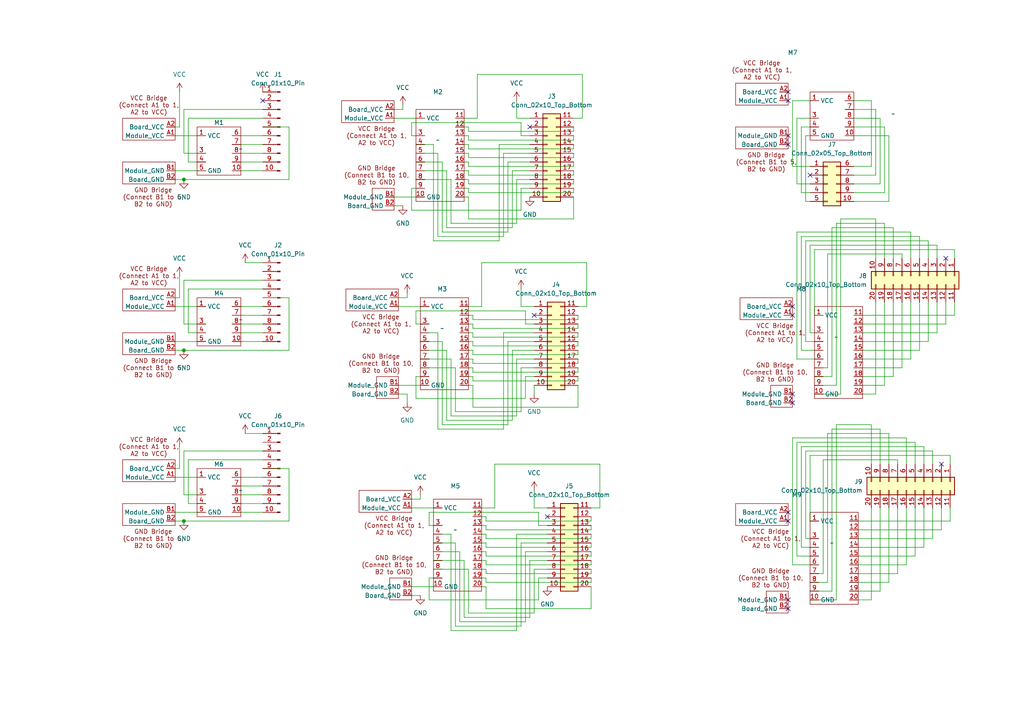
<source format=kicad_sch>
(kicad_sch (version 20230121) (generator eeschema)
  (paper "A4")
  (lib_symbols
    (symbol "Connector:Conn_01x10_Pin" (pin_names (offset 1.016) hide)
      (property "Reference" "J" (at 0 12.7 0))
      (property "Value" "Conn_01x10_Pin" (at 0 -15.24 0))
      (symbol "Conn_01x10_Pin_1_1"
        (polyline (pts (xy 1.27 -12.7) (xy 0.8636 -12.7)) (stroke (width 0.1524)))
        (polyline (pts (xy 1.27 -10.16) (xy 0.8636 -10.16)) (stroke (width 0.1524)))
        (polyline (pts (xy 1.27 -7.62) (xy 0.8636 -7.62)) (stroke (width 0.1524)))
        (polyline (pts (xy 1.27 -5.08) (xy 0.8636 -5.08)) (stroke (width 0.1524)))
        (polyline (pts (xy 1.27 -2.54) (xy 0.8636 -2.54)) (stroke (width 0.1524)))
        (polyline (pts (xy 1.27 0) (xy 0.8636 0)) (stroke (width 0.1524)))
        (polyline (pts (xy 1.27 2.54) (xy 0.8636 2.54)) (stroke (width 0.1524)))
        (polyline (pts (xy 1.27 5.08) (xy 0.8636 5.08)) (stroke (width 0.1524)))
        (polyline (pts (xy 1.27 7.62) (xy 0.8636 7.62)) (stroke (width 0.1524)))
        (polyline (pts (xy 1.27 10.16) (xy 0.8636 10.16)) (stroke (width 0.1524)))
        (rectangle (start 0.8636 -12.573) (end 0 -12.827) (stroke (width 0.1524)) (fill (type outline)))
        (rectangle (start 0.8636 -10.033) (end 0 -10.287) (stroke (width 0.1524)) (fill (type outline)))
        (rectangle (start 0.8636 -7.493) (end 0 -7.747) (stroke (width 0.1524)) (fill (type outline)))
        (rectangle (start 0.8636 -4.953) (end 0 -5.207) (stroke (width 0.1524)) (fill (type outline)))
        (rectangle (start 0.8636 -2.413) (end 0 -2.667) (stroke (width 0.1524)) (fill (type outline)))
        (rectangle (start 0.8636 0.127) (end 0 -0.127) (stroke (width 0.1524)) (fill (type outline)))
        (rectangle (start 0.8636 2.667) (end 0 2.413) (stroke (width 0.1524)) (fill (type outline)))
        (rectangle (start 0.8636 5.207) (end 0 4.953) (stroke (width 0.1524)) (fill (type outline)))
        (rectangle (start 0.8636 7.747) (end 0 7.493) (stroke (width 0.1524)) (fill (type outline)))
        (rectangle (start 0.8636 10.287) (end 0 10.033) (stroke (width 0.1524)) (fill (type outline)))
        (pin passive line (at 5.08 10.16 180) (length 3.81) (name "Pin_1") (number "1"))
        (pin passive line (at 5.08 -12.7 180) (length 3.81) (name "Pin_10") (number "10"))
        (pin passive line (at 5.08 7.62 180) (length 3.81) (name "Pin_2") (number "2"))
        (pin passive line (at 5.08 5.08 180) (length 3.81) (name "Pin_3") (number "3"))
        (pin passive line (at 5.08 2.54 180) (length 3.81) (name "Pin_4") (number "4"))
        (pin passive line (at 5.08 0 180) (length 3.81) (name "Pin_5") (number "5"))
        (pin passive line (at 5.08 -2.54 180) (length 3.81) (name "Pin_6") (number "6"))
        (pin passive line (at 5.08 -5.08 180) (length 3.81) (name "Pin_7") (number "7"))
        (pin passive line (at 5.08 -7.62 180) (length 3.81) (name "Pin_8") (number "8"))
        (pin passive line (at 5.08 -10.16 180) (length 3.81) (name "Pin_9") (number "9"))
      )
    )
    (symbol "Connector_Generic:Conn_02x05_Top_Bottom" (pin_names (offset 1.016) hide)
      (property "Reference" "J" (at 1.27 7.62 0))
      (property "Value" "Conn_02x05_Top_Bottom" (at 1.27 -7.62 0))
      (symbol "Conn_02x05_Top_Bottom_1_1"
        (rectangle (start -1.27 -4.953) (end 0 -5.207) (stroke (width 0.1524)))
        (rectangle (start -1.27 -2.413) (end 0 -2.667) (stroke (width 0.1524)))
        (rectangle (start -1.27 0.127) (end 0 -0.127) (stroke (width 0.1524)))
        (rectangle (start -1.27 2.667) (end 0 2.413) (stroke (width 0.1524)))
        (rectangle (start -1.27 5.207) (end 0 4.953) (stroke (width 0.1524)))
        (rectangle (start -1.27 6.35) (end 3.81 -6.35) (stroke (width 0.254)) (fill (type background)))
        (rectangle (start 3.81 -4.953) (end 2.54 -5.207) (stroke (width 0.1524)))
        (rectangle (start 3.81 -2.413) (end 2.54 -2.667) (stroke (width 0.1524)))
        (rectangle (start 3.81 0.127) (end 2.54 -0.127) (stroke (width 0.1524)))
        (rectangle (start 3.81 2.667) (end 2.54 2.413) (stroke (width 0.1524)))
        (rectangle (start 3.81 5.207) (end 2.54 4.953) (stroke (width 0.1524)))
        (pin passive line (at -5.08 5.08 0) (length 3.81) (name "Pin_1") (number "1"))
        (pin passive line (at 7.62 -5.08 180) (length 3.81) (name "Pin_10") (number "10"))
        (pin passive line (at -5.08 2.54 0) (length 3.81) (name "Pin_2") (number "2"))
        (pin passive line (at -5.08 0 0) (length 3.81) (name "Pin_3") (number "3"))
        (pin passive line (at -5.08 -2.54 0) (length 3.81) (name "Pin_4") (number "4"))
        (pin passive line (at -5.08 -5.08 0) (length 3.81) (name "Pin_5") (number "5"))
        (pin passive line (at 7.62 5.08 180) (length 3.81) (name "Pin_6") (number "6"))
        (pin passive line (at 7.62 2.54 180) (length 3.81) (name "Pin_7") (number "7"))
        (pin passive line (at 7.62 0 180) (length 3.81) (name "Pin_8") (number "8"))
        (pin passive line (at 7.62 -2.54 180) (length 3.81) (name "Pin_9") (number "9"))
      )
    )
    (symbol "Connector_Generic:Conn_02x10_Top_Bottom" (pin_names (offset 1.016) hide)
      (property "Reference" "J" (at 1.27 12.7 0))
      (property "Value" "Conn_02x10_Top_Bottom" (at 1.27 -15.24 0))
      (symbol "Conn_02x10_Top_Bottom_1_1"
        (rectangle (start -1.27 -12.573) (end 0 -12.827) (stroke (width 0.1524)))
        (rectangle (start -1.27 -10.033) (end 0 -10.287) (stroke (width 0.1524)))
        (rectangle (start -1.27 -7.493) (end 0 -7.747) (stroke (width 0.1524)))
        (rectangle (start -1.27 -4.953) (end 0 -5.207) (stroke (width 0.1524)))
        (rectangle (start -1.27 -2.413) (end 0 -2.667) (stroke (width 0.1524)))
        (rectangle (start -1.27 0.127) (end 0 -0.127) (stroke (width 0.1524)))
        (rectangle (start -1.27 2.667) (end 0 2.413) (stroke (width 0.1524)))
        (rectangle (start -1.27 5.207) (end 0 4.953) (stroke (width 0.1524)))
        (rectangle (start -1.27 7.747) (end 0 7.493) (stroke (width 0.1524)))
        (rectangle (start -1.27 10.287) (end 0 10.033) (stroke (width 0.1524)))
        (rectangle (start -1.27 11.43) (end 3.81 -13.97) (stroke (width 0.254)) (fill (type background)))
        (rectangle (start 3.81 -12.573) (end 2.54 -12.827) (stroke (width 0.1524)))
        (rectangle (start 3.81 -10.033) (end 2.54 -10.287) (stroke (width 0.1524)))
        (rectangle (start 3.81 -7.493) (end 2.54 -7.747) (stroke (width 0.1524)))
        (rectangle (start 3.81 -4.953) (end 2.54 -5.207) (stroke (width 0.1524)))
        (rectangle (start 3.81 -2.413) (end 2.54 -2.667) (stroke (width 0.1524)))
        (rectangle (start 3.81 0.127) (end 2.54 -0.127) (stroke (width 0.1524)))
        (rectangle (start 3.81 2.667) (end 2.54 2.413) (stroke (width 0.1524)))
        (rectangle (start 3.81 5.207) (end 2.54 4.953) (stroke (width 0.1524)))
        (rectangle (start 3.81 7.747) (end 2.54 7.493) (stroke (width 0.1524)))
        (rectangle (start 3.81 10.287) (end 2.54 10.033) (stroke (width 0.1524)))
        (pin passive line (at -5.08 10.16 0) (length 3.81) (name "Pin_1") (number "1"))
        (pin passive line (at -5.08 -12.7 0) (length 3.81) (name "Pin_10") (number "10"))
        (pin passive line (at 7.62 10.16 180) (length 3.81) (name "Pin_11") (number "11"))
        (pin passive line (at 7.62 7.62 180) (length 3.81) (name "Pin_12") (number "12"))
        (pin passive line (at 7.62 5.08 180) (length 3.81) (name "Pin_13") (number "13"))
        (pin passive line (at 7.62 2.54 180) (length 3.81) (name "Pin_14") (number "14"))
        (pin passive line (at 7.62 0 180) (length 3.81) (name "Pin_15") (number "15"))
        (pin passive line (at 7.62 -2.54 180) (length 3.81) (name "Pin_16") (number "16"))
        (pin passive line (at 7.62 -5.08 180) (length 3.81) (name "Pin_17") (number "17"))
        (pin passive line (at 7.62 -7.62 180) (length 3.81) (name "Pin_18") (number "18"))
        (pin passive line (at 7.62 -10.16 180) (length 3.81) (name "Pin_19") (number "19"))
        (pin passive line (at -5.08 7.62 0) (length 3.81) (name "Pin_2") (number "2"))
        (pin passive line (at 7.62 -12.7 180) (length 3.81) (name "Pin_20") (number "20"))
        (pin passive line (at -5.08 5.08 0) (length 3.81) (name "Pin_3") (number "3"))
        (pin passive line (at -5.08 2.54 0) (length 3.81) (name "Pin_4") (number "4"))
        (pin passive line (at -5.08 0 0) (length 3.81) (name "Pin_5") (number "5"))
        (pin passive line (at -5.08 -2.54 0) (length 3.81) (name "Pin_6") (number "6"))
        (pin passive line (at -5.08 -5.08 0) (length 3.81) (name "Pin_7") (number "7"))
        (pin passive line (at -5.08 -7.62 0) (length 3.81) (name "Pin_8") (number "8"))
        (pin passive line (at -5.08 -10.16 0) (length 3.81) (name "Pin_9") (number "9"))
      )
    )
    (symbol "MegaCastle2x10_1"
      (property "Reference" "M" (at 0 0 0))
      (symbol "MegaCastle2x10_1_0_1"
        (rectangle (start -27.94 16.51) (end -12.7 10.16))
        (rectangle (start -19.05 -8.89) (end -12.7 -15.24))
        (rectangle (start -6.35 13.97) (end 7.62 -12.7))
      )
      (symbol "MegaCastle2x10_1_1_1"
        (text "GND Bridge\n(Connect B1 to 10,\nB2 to GND)" (at -17.78 -5.08 0) (effects (font (size 1.27 1.27))))
        (text "VCC Bridge\n(Connect A1 to 1,\nA2 to VCC)" (at -17.78 6.35 0) (effects (font (size 1.27 1.27))))
        (pin bidirectional line (at -6.35 11.43 0) (length 2.54) (name "VCC") (number "1"))
        (pin bidirectional line (at -6.35 -11.43 0) (length 2.54) (name "GND") (number "10"))
        (pin bidirectional line (at 7.62 11.43 180) (length 2.54) (name "") (number "11"))
        (pin bidirectional line (at 7.62 8.89 180) (length 2.54) (name "") (number "12"))
        (pin bidirectional line (at 7.62 6.35 180) (length 2.54) (name "") (number "13"))
        (pin bidirectional line (at 7.62 3.81 180) (length 2.54) (name "") (number "14"))
        (pin bidirectional line (at 7.62 1.27 180) (length 2.54) (name "") (number "15"))
        (pin bidirectional line (at 7.62 -1.27 180) (length 2.54) (name "") (number "16"))
        (pin bidirectional line (at 7.62 -3.81 180) (length 2.54) (name "") (number "17"))
        (pin bidirectional line (at 7.62 -6.35 180) (length 2.54) (name "") (number "18"))
        (pin bidirectional line (at 7.62 -8.89 180) (length 2.54) (name "") (number "19"))
        (pin bidirectional line (at 7.62 -11.43 180) (length 2.54) (name "") (number "20"))
        (pin bidirectional line (at -6.35 6.35 0) (length 2.54) (name "") (number "3"))
        (pin bidirectional line (at -6.35 3.81 0) (length 2.54) (name "") (number "4"))
        (pin bidirectional line (at -6.35 1.27 0) (length 2.54) (name "") (number "5"))
        (pin bidirectional line (at -6.35 -1.27 0) (length 2.54) (name "") (number "6"))
        (pin bidirectional line (at -6.35 -3.81 0) (length 2.54) (name "") (number "7"))
        (pin bidirectional line (at -6.35 -6.35 0) (length 2.54) (name "") (number "8"))
        (pin bidirectional line (at -6.35 -8.89 0) (length 2.54) (name "") (number "9"))
        (pin bidirectional line (at -12.7 11.43 180) (length 2.54) (name "Module_VCC") (number "A1"))
        (pin bidirectional line (at -12.7 13.97 180) (length 2.54) (name "Board_VCC") (number "A2"))
        (pin bidirectional line (at -12.7 -11.43 180) (length 2.54) (name "Module_GND") (number "B1"))
        (pin bidirectional line (at -12.7 -13.97 180) (length 2.54) (name "Board_GND") (number "B2"))
      )
    )
    (symbol "MegaCastle:MegaCastle2x10"
      (property "Reference" "M" (at 0 0 0))
      (symbol "MegaCastle2x10_0_1"
        (rectangle (start -27.94 16.51) (end -12.7 10.16))
        (rectangle (start -19.05 -8.89) (end -12.7 -15.24))
        (rectangle (start -6.35 13.97) (end 7.62 -12.7))
      )
      (symbol "MegaCastle2x10_1_1"
        (text "GND Bridge\n(Connect B1 to 10,\nB2 to GND)" (at -17.78 -5.08 0) (effects (font (size 1.27 1.27))))
        (text "VCC Bridge\n(Connect A1 to 1,\nA2 to VCC)" (at -17.78 6.35 0) (effects (font (size 1.27 1.27))))
        (pin bidirectional line (at -6.35 11.43 0) (length 2.54) (name "VCC") (number "1"))
        (pin bidirectional line (at -6.35 -11.43 0) (length 2.54) (name "GND") (number "10"))
        (pin bidirectional line (at 7.62 11.43 180) (length 2.54) (name "") (number "11"))
        (pin bidirectional line (at 7.62 8.89 180) (length 2.54) (name "") (number "12"))
        (pin bidirectional line (at 7.62 6.35 180) (length 2.54) (name "") (number "13"))
        (pin bidirectional line (at 7.62 3.81 180) (length 2.54) (name "") (number "14"))
        (pin bidirectional line (at 7.62 1.27 180) (length 2.54) (name "") (number "15"))
        (pin bidirectional line (at 7.62 -1.27 180) (length 2.54) (name "") (number "16"))
        (pin bidirectional line (at 7.62 -3.81 180) (length 2.54) (name "") (number "17"))
        (pin bidirectional line (at 7.62 -6.35 180) (length 2.54) (name "") (number "18"))
        (pin bidirectional line (at 7.62 -8.89 180) (length 2.54) (name "") (number "19"))
        (pin bidirectional line (at 7.62 -11.43 180) (length 2.54) (name "") (number "20"))
        (pin bidirectional line (at -6.35 6.35 0) (length 2.54) (name "") (number "3"))
        (pin bidirectional line (at -6.35 3.81 0) (length 2.54) (name "") (number "4"))
        (pin bidirectional line (at -6.35 1.27 0) (length 2.54) (name "") (number "5"))
        (pin bidirectional line (at -6.35 -1.27 0) (length 2.54) (name "") (number "6"))
        (pin bidirectional line (at -6.35 -3.81 0) (length 2.54) (name "") (number "7"))
        (pin bidirectional line (at -6.35 -6.35 0) (length 2.54) (name "") (number "8"))
        (pin bidirectional line (at -6.35 -8.89 0) (length 2.54) (name "") (number "9"))
        (pin bidirectional line (at -12.7 11.43 180) (length 2.54) (name "Module_VCC") (number "A1"))
        (pin bidirectional line (at -12.7 13.97 180) (length 2.54) (name "Board_VCC") (number "A2"))
        (pin bidirectional line (at -12.7 -11.43 180) (length 2.54) (name "Module_GND") (number "B1"))
        (pin bidirectional line (at -12.7 -13.97 180) (length 2.54) (name "Board_GND") (number "B2"))
      )
    )
    (symbol "MegaCastle:MegaCastle2x5"
      (property "Reference" "M" (at 0 0 0))
      (symbol "MegaCastle2x5_0_1"
        (rectangle (start -27.94 -3.81) (end -12.7 -10.16))
        (rectangle (start -27.94 8.89) (end -12.7 2.54))
        (rectangle (start -6.35 6.35) (end 6.35 -7.62))
      )
      (symbol "MegaCastle2x5_1_1"
        (text "GND Bridge\n(Connect B1 to 5,\nB2 to GND)" (at -19.05 -13.97 0) (effects (font (size 1.27 1.27))))
        (text "VCC Bridge\n(Connect A1 to 1,\nA2 to VCC)" (at -20.32 12.7 0) (effects (font (size 1.27 1.27))))
        (pin bidirectional line (at -6.35 3.81 0) (length 2.54) (name "VCC") (number "1"))
        (pin bidirectional line (at 6.35 -6.35 180) (length 2.54) (name "") (number "10"))
        (pin bidirectional line (at -6.35 -1.27 0) (length 2.54) (name "") (number "3"))
        (pin bidirectional line (at -6.35 -3.81 0) (length 2.54) (name "") (number "4"))
        (pin bidirectional line (at -6.35 -6.35 0) (length 2.54) (name "GND") (number "5"))
        (pin bidirectional line (at 6.35 3.81 180) (length 2.54) (name "") (number "6"))
        (pin bidirectional line (at 6.35 1.27 180) (length 2.54) (name "") (number "7"))
        (pin bidirectional line (at 6.35 -1.27 180) (length 2.54) (name "") (number "8"))
        (pin bidirectional line (at 6.35 -3.81 180) (length 2.54) (name "") (number "9"))
        (pin bidirectional line (at -12.7 3.81 180) (length 2.54) (name "Module_VCC") (number "A1"))
        (pin bidirectional line (at -12.7 6.35 180) (length 2.54) (name "Board_VCC") (number "A2"))
        (pin bidirectional line (at -12.7 -6.35 180) (length 2.54) (name "Module_GND") (number "B1"))
        (pin bidirectional line (at -12.7 -8.89 180) (length 2.54) (name "Board_GND") (number "B2"))
      )
    )
    (symbol "power:GND" (power) (pin_names (offset 0))
      (property "Value" "GND" (at 0 -3.81 0))
      (symbol "GND_0_1"
        (polyline (pts (xy 0 0) (xy 0 -1.27) (xy 1.27 -1.27) (xy 0 -2.54) (xy -1.27 -1.27) (xy 0 -1.27)))
      )
      (symbol "GND_1_1"
        (pin power_in line (at 0 0 270) (length 0) hide (name "GND") (number "1"))
      )
    )
    (symbol "power:VCC" (power) (pin_names (offset 0))
      (property "Value" "VCC" (at 0 3.81 0))
      (symbol "VCC_0_1"
        (polyline (pts (xy -0.762 1.27) (xy 0 2.54)))
        (polyline (pts (xy 0 0) (xy 0 2.54)))
        (polyline (pts (xy 0 2.54) (xy 0.762 1.27)))
      )
      (symbol "VCC_1_1"
        (pin power_in line (at 0 0 90) (length 0) hide (name "VCC") (number "1"))
      )
    )
  )
  (junction (at 53.34 151.13))
  (junction (at 53.34 101.6))
  (junction (at 53.34 52.07))
  (no_connect (at 273.05 134.62))
  (no_connect (at 229.87 114.3))
  (no_connect (at 154.94 91.44))
  (no_connect (at 228.6 26.67))
  (no_connect (at 228.6 176.53))
  (no_connect (at 228.6 173.99))
  (no_connect (at 229.87 88.9))
  (no_connect (at 228.6 148.59))
  (no_connect (at 228.6 151.13))
  (no_connect (at 153.67 36.83))
  (no_connect (at 158.75 149.86))
  (no_connect (at 229.87 91.44))
  (no_connect (at 234.95 50.8))
  (no_connect (at 274.32 74.93))
  (no_connect (at 228.6 39.37))
  (no_connect (at 228.6 29.21))
  (no_connect (at 76.2 29.21))
  (no_connect (at 228.6 41.91))
  (no_connect (at 229.87 116.84))
  (wire (pts (xy 232.41 36.83) (xy 232.41 55.88)))
  (wire (pts (xy 118.11 114.3) (xy 118.11 116.84)))
  (wire (pts (xy 119.38 60.96) (xy 151.13 60.96)))
  (wire (pts (xy 149.86 52.07) (xy 149.86 64.77)))
  (wire (pts (xy 154.94 106.68) (xy 151.13 106.68)))
  (wire (pts (xy 53.34 31.75) (xy 53.34 44.45)))
  (wire (pts (xy 121.92 96.52) (xy 127 96.52)))
  (wire (pts (xy 247.65 36.83) (xy 256.54 36.83)))
  (wire (pts (xy 248.92 156.21) (xy 270.51 156.21)))
  (wire (pts (xy 167.64 95.25) (xy 167.64 93.98)))
  (wire (pts (xy 149.86 64.77) (xy 130.81 64.77)))
  (wire (pts (xy 154.94 147.32) (xy 158.75 147.32)))
  (wire (pts (xy 50.8 101.6) (xy 53.34 101.6)))
  (wire (pts (xy 233.68 99.06) (xy 233.68 69.85)))
  (wire (pts (xy 250.19 109.22) (xy 259.08 109.22)))
  (wire (pts (xy 129.54 49.53) (xy 129.54 66.04)))
  (wire (pts (xy 151.13 106.68) (xy 151.13 119.38)))
  (wire (pts (xy 135.89 36.83) (xy 134.62 36.83)))
  (wire (pts (xy 234.95 168.91) (xy 240.03 168.91)))
  (wire (pts (xy 167.64 88.9) (xy 170.18 88.9)))
  (wire (pts (xy 231.14 53.34) (xy 231.14 34.29)))
  (wire (pts (xy 252.73 147.32) (xy 252.73 173.99)))
  (wire (pts (xy 135.89 101.6) (xy 137.16 101.6)))
  (wire (pts (xy 233.68 58.42) (xy 234.95 58.42)))
  (wire (pts (xy 151.13 181.61) (xy 151.13 157.48)))
  (wire (pts (xy 152.4 90.17) (xy 120.65 90.17)))
  (wire (pts (xy 166.37 44.45) (xy 166.37 45.72)))
  (wire (pts (xy 135.89 96.52) (xy 137.16 96.52)))
  (wire (pts (xy 140.97 163.83) (xy 171.45 163.83)))
  (wire (pts (xy 158.75 160.02) (xy 152.4 160.02)))
  (wire (pts (xy 158.75 152.4) (xy 156.21 152.4)))
  (wire (pts (xy 115.57 86.36) (xy 118.11 86.36)))
  (wire (pts (xy 54.61 34.29) (xy 54.61 46.99)))
  (wire (pts (xy 247.65 34.29) (xy 255.27 34.29)))
  (wire (pts (xy 128.27 123.19) (xy 147.32 123.19)))
  (wire (pts (xy 69.85 39.37) (xy 76.2 39.37)))
  (wire (pts (xy 152.4 180.34) (xy 133.35 180.34)))
  (wire (pts (xy 138.43 34.29) (xy 138.43 21.59)))
  (wire (pts (xy 140.97 167.64) (xy 140.97 168.91)))
  (wire (pts (xy 236.22 114.3) (xy 243.84 114.3)))
  (wire (pts (xy 119.38 144.78) (xy 121.92 144.78)))
  (wire (pts (xy 76.2 83.82) (xy 54.61 83.82)))
  (wire (pts (xy 267.97 129.54) (xy 267.97 134.62)))
  (wire (pts (xy 120.65 115.57) (xy 152.4 115.57)))
  (wire (pts (xy 53.34 81.28) (xy 53.34 93.98)))
  (wire (pts (xy 171.45 161.29) (xy 140.97 161.29)))
  (wire (pts (xy 135.89 49.53) (xy 135.89 50.8)))
  (wire (pts (xy 271.78 87.63) (xy 271.78 96.52)))
  (wire (pts (xy 69.85 143.51) (xy 76.2 143.51)))
  (wire (pts (xy 71.12 125.73) (xy 76.2 125.73)))
  (wire (pts (xy 124.46 167.64) (xy 124.46 173.99)))
  (wire (pts (xy 262.89 127) (xy 262.89 134.62)))
  (wire (pts (xy 247.65 29.21) (xy 252.73 29.21)))
  (wire (pts (xy 115.57 88.9) (xy 121.92 88.9)))
  (wire (pts (xy 153.67 39.37) (xy 151.13 39.37)))
  (wire (pts (xy 139.7 76.2) (xy 170.18 76.2)))
  (wire (pts (xy 248.92 161.29) (xy 265.43 161.29)))
  (wire (pts (xy 234.95 48.26) (xy 229.87 48.26)))
  (wire (pts (xy 54.61 46.99) (xy 57.15 46.99)))
  (wire (pts (xy 139.7 157.48) (xy 140.97 157.48)))
  (wire (pts (xy 234.95 132.08) (xy 275.59 132.08)))
  (wire (pts (xy 125.73 154.94) (xy 130.81 154.94)))
  (wire (pts (xy 133.35 180.34) (xy 133.35 160.02)))
  (wire (pts (xy 137.16 95.25) (xy 167.64 95.25)))
  (wire (pts (xy 156.21 152.4) (xy 156.21 148.59)))
  (wire (pts (xy 143.51 134.62) (xy 173.99 134.62)))
  (wire (pts (xy 152.4 160.02) (xy 152.4 180.34)))
  (wire (pts (xy 120.65 93.98) (xy 121.92 93.98)))
  (wire (pts (xy 137.16 91.44) (xy 135.89 91.44)))
  (wire (pts (xy 275.59 151.13) (xy 275.59 147.32)))
  (wire (pts (xy 250.19 99.06) (xy 269.24 99.06)))
  (wire (pts (xy 241.3 124.46) (xy 241.3 171.45)))
  (wire (pts (xy 53.34 31.75) (xy 76.2 31.75)))
  (wire (pts (xy 152.4 93.98) (xy 152.4 90.17)))
  (wire (pts (xy 124.46 148.59) (xy 124.46 152.4)))
  (wire (pts (xy 71.12 76.2) (xy 76.2 76.2)))
  (wire (pts (xy 139.7 152.4) (xy 140.97 152.4)))
  (wire (pts (xy 171.45 170.18) (xy 171.45 176.53)))
  (wire (pts (xy 119.38 170.18) (xy 125.73 170.18)))
  (wire (pts (xy 247.65 55.88) (xy 256.54 55.88)))
  (wire (pts (xy 50.8 52.07) (xy 53.34 52.07)))
  (wire (pts (xy 171.45 147.32) (xy 173.99 147.32)))
  (wire (pts (xy 140.97 162.56) (xy 140.97 163.83)))
  (wire (pts (xy 137.16 102.87) (xy 137.16 101.6)))
  (wire (pts (xy 229.87 29.21) (xy 234.95 29.21)))
  (wire (pts (xy 229.87 127) (xy 262.89 127)))
  (wire (pts (xy 118.11 86.36) (xy 118.11 85.09)))
  (wire (pts (xy 135.89 93.98) (xy 137.16 93.98)))
  (wire (pts (xy 127 124.46) (xy 127 96.52)))
  (wire (pts (xy 154.94 177.8) (xy 135.89 177.8)))
  (wire (pts (xy 134.62 162.56) (xy 134.62 179.07)))
  (wire (pts (xy 167.64 102.87) (xy 137.16 102.87)))
  (wire (pts (xy 149.86 154.94) (xy 149.86 182.88)))
  (wire (pts (xy 139.7 147.32) (xy 143.51 147.32)))
  (wire (pts (xy 125.73 167.64) (xy 124.46 167.64)))
  (wire (pts (xy 120.65 46.99) (xy 128.27 46.99)))
  (wire (pts (xy 247.65 39.37) (xy 257.81 39.37)))
  (wire (pts (xy 69.85 88.9) (xy 76.2 88.9)))
  (wire (pts (xy 247.65 31.75) (xy 254 31.75)))
  (wire (pts (xy 153.67 179.07) (xy 153.67 162.56)))
  (wire (pts (xy 135.89 111.76) (xy 137.16 111.76)))
  (wire (pts (xy 276.86 91.44) (xy 276.86 87.63)))
  (wire (pts (xy 256.54 87.63) (xy 256.54 111.76)))
  (wire (pts (xy 151.13 83.82) (xy 151.13 88.9)))
  (wire (pts (xy 50.8 138.43) (xy 57.15 138.43)))
  (wire (pts (xy 135.89 53.34) (xy 135.89 52.07)))
  (wire (pts (xy 170.18 76.2) (xy 170.18 88.9)))
  (wire (pts (xy 147.32 67.31) (xy 128.27 67.31)))
  (wire (pts (xy 171.45 165.1) (xy 171.45 166.37)))
  (wire (pts (xy 140.97 166.37) (xy 140.97 165.1)))
  (wire (pts (xy 167.64 106.68) (xy 167.64 107.95)))
  (wire (pts (xy 69.85 46.99) (xy 76.2 46.99)))
  (wire (pts (xy 166.37 43.18) (xy 135.89 43.18)))
  (wire (pts (xy 238.76 133.35) (xy 238.76 166.37)))
  (wire (pts (xy 171.45 157.48) (xy 171.45 158.75)))
  (wire (pts (xy 166.37 63.5) (xy 135.89 63.5)))
  (wire (pts (xy 137.16 107.95) (xy 137.16 106.68)))
  (wire (pts (xy 266.7 101.6) (xy 266.7 87.63)))
  (wire (pts (xy 128.27 99.06) (xy 128.27 123.19)))
  (wire (pts (xy 143.51 147.32) (xy 143.51 134.62)))
  (wire (pts (xy 232.41 158.75) (xy 232.41 129.54)))
  (wire (pts (xy 130.81 120.65) (xy 149.86 120.65)))
  (wire (pts (xy 238.76 166.37) (xy 234.95 166.37)))
  (wire (pts (xy 151.13 119.38) (xy 132.08 119.38)))
  (wire (pts (xy 166.37 49.53) (xy 166.37 50.8)))
  (wire (pts (xy 50.8 99.06) (xy 57.15 99.06)))
  (wire (pts (xy 121.92 109.22) (xy 120.65 109.22)))
  (wire (pts (xy 274.32 87.63) (xy 274.32 93.98)))
  (wire (pts (xy 125.73 160.02) (xy 133.35 160.02)))
  (wire (pts (xy 140.97 153.67) (xy 171.45 153.67)))
  (wire (pts (xy 134.62 44.45) (xy 135.89 44.45)))
  (wire (pts (xy 50.8 135.89) (xy 52.07 135.89)))
  (wire (pts (xy 260.35 134.62) (xy 260.35 133.35)))
  (wire (pts (xy 69.85 96.52) (xy 76.2 96.52)))
  (wire (pts (xy 167.64 104.14) (xy 167.64 105.41)))
  (wire (pts (xy 270.51 130.81) (xy 233.68 130.81)))
  (wire (pts (xy 119.38 147.32) (xy 125.73 147.32)))
  (wire (pts (xy 114.3 31.75) (xy 116.84 31.75)))
  (wire (pts (xy 275.59 132.08) (xy 275.59 134.62)))
  (wire (pts (xy 132.08 119.38) (xy 132.08 106.68)))
  (wire (pts (xy 134.62 52.07) (xy 135.89 52.07)))
  (wire (pts (xy 132.08 181.61) (xy 151.13 181.61)))
  (wire (pts (xy 69.85 49.53) (xy 76.2 49.53)))
  (wire (pts (xy 76.2 36.83) (xy 83.82 36.83)))
  (wire (pts (xy 114.3 57.15) (xy 120.65 57.15)))
  (wire (pts (xy 255.27 171.45) (xy 248.92 171.45)))
  (wire (pts (xy 76.2 34.29) (xy 54.61 34.29)))
  (wire (pts (xy 115.57 111.76) (xy 121.92 111.76)))
  (wire (pts (xy 119.38 35.56) (xy 119.38 39.37)))
  (wire (pts (xy 248.92 163.83) (xy 262.89 163.83)))
  (wire (pts (xy 240.03 125.73) (xy 257.81 125.73)))
  (wire (pts (xy 247.65 48.26) (xy 252.73 48.26)))
  (wire (pts (xy 135.89 38.1) (xy 135.89 36.83)))
  (wire (pts (xy 149.86 120.65) (xy 149.86 104.14)))
  (wire (pts (xy 255.27 147.32) (xy 255.27 171.45)))
  (wire (pts (xy 264.16 87.63) (xy 264.16 104.14)))
  (wire (pts (xy 125.73 162.56) (xy 134.62 162.56)))
  (wire (pts (xy 52.07 129.54) (xy 52.07 135.89)))
  (wire (pts (xy 248.92 168.91) (xy 257.81 168.91)))
  (wire (pts (xy 146.05 124.46) (xy 127 124.46)))
  (wire (pts (xy 234.95 71.12) (xy 234.95 96.52)))
  (wire (pts (xy 242.57 123.19) (xy 252.73 123.19)))
  (wire (pts (xy 83.82 86.36) (xy 83.82 101.6)))
  (wire (pts (xy 130.81 52.07) (xy 120.65 52.07)))
  (wire (pts (xy 241.3 66.04) (xy 259.08 66.04)))
  (wire (pts (xy 257.81 58.42) (xy 257.81 39.37)))
  (wire (pts (xy 139.7 88.9) (xy 139.7 76.2)))
  (wire (pts (xy 135.89 40.64) (xy 166.37 40.64)))
  (wire (pts (xy 50.8 49.53) (xy 57.15 49.53)))
  (wire (pts (xy 248.92 173.99) (xy 252.73 173.99)))
  (wire (pts (xy 134.62 41.91) (xy 135.89 41.91)))
  (wire (pts (xy 151.13 60.96) (xy 151.13 54.61)))
  (wire (pts (xy 120.65 54.61) (xy 119.38 54.61)))
  (wire (pts (xy 232.41 55.88) (xy 234.95 55.88)))
  (wire (pts (xy 137.16 93.98) (xy 137.16 95.25)))
  (wire (pts (xy 166.37 52.07) (xy 166.37 53.34)))
  (wire (pts (xy 243.84 114.3) (xy 243.84 63.5)))
  (wire (pts (xy 171.45 166.37) (xy 140.97 166.37)))
  (wire (pts (xy 130.81 64.77) (xy 130.81 52.07)))
  (wire (pts (xy 50.8 151.13) (xy 53.34 151.13)))
  (wire (pts (xy 158.75 165.1) (xy 154.94 165.1)))
  (wire (pts (xy 137.16 105.41) (xy 167.64 105.41)))
  (wire (pts (xy 236.22 104.14) (xy 231.14 104.14)))
  (wire (pts (xy 158.75 154.94) (xy 149.86 154.94)))
  (wire (pts (xy 120.65 90.17) (xy 120.65 93.98)))
  (wire (pts (xy 154.94 165.1) (xy 154.94 177.8)))
  (wire (pts (xy 114.3 34.29) (xy 120.65 34.29)))
  (wire (pts (xy 260.35 147.32) (xy 260.35 166.37)))
  (wire (pts (xy 134.62 34.29) (xy 138.43 34.29)))
  (wire (pts (xy 119.38 172.72) (xy 121.92 172.72)))
  (wire (pts (xy 149.86 29.21) (xy 149.86 34.29)))
  (wire (pts (xy 166.37 34.29) (xy 168.91 34.29)))
  (wire (pts (xy 116.84 31.75) (xy 116.84 30.48)))
  (wire (pts (xy 147.32 123.19) (xy 147.32 99.06)))
  (wire (pts (xy 147.32 99.06) (xy 154.94 99.06)))
  (wire (pts (xy 233.68 156.21) (xy 234.95 156.21)))
  (wire (pts (xy 234.95 36.83) (xy 232.41 36.83)))
  (wire (pts (xy 166.37 46.99) (xy 166.37 48.26)))
  (wire (pts (xy 129.54 66.04) (xy 148.59 66.04)))
  (wire (pts (xy 134.62 179.07) (xy 153.67 179.07)))
  (wire (pts (xy 146.05 68.58) (xy 146.05 44.45)))
  (wire (pts (xy 166.37 36.83) (xy 166.37 38.1)))
  (wire (pts (xy 171.45 176.53) (xy 140.97 176.53)))
  (wire (pts (xy 135.89 165.1) (xy 125.73 165.1)))
  (wire (pts (xy 247.65 58.42) (xy 257.81 58.42)))
  (wire (pts (xy 255.27 134.62) (xy 255.27 124.46)))
  (wire (pts (xy 121.92 101.6) (xy 129.54 101.6)))
  (wire (pts (xy 52.07 80.01) (xy 52.07 86.36)))
  (wire (pts (xy 232.41 101.6) (xy 236.22 101.6)))
  (wire (pts (xy 139.7 165.1) (xy 140.97 165.1)))
  (wire (pts (xy 166.37 48.26) (xy 135.89 48.26)))
  (wire (pts (xy 83.82 135.89) (xy 83.82 151.13)))
  (wire (pts (xy 242.57 173.99) (xy 242.57 123.19)))
  (wire (pts (xy 129.54 121.92) (xy 129.54 101.6)))
  (wire (pts (xy 120.65 49.53) (xy 129.54 49.53)))
  (wire (pts (xy 135.89 55.88) (xy 166.37 55.88)))
  (wire (pts (xy 247.65 50.8) (xy 254 50.8)))
  (wire (pts (xy 247.65 53.34) (xy 255.27 53.34)))
  (wire (pts (xy 144.78 69.85) (xy 125.73 69.85)))
  (wire (pts (xy 250.19 91.44) (xy 276.86 91.44)))
  (wire (pts (xy 149.86 104.14) (xy 154.94 104.14)))
  (wire (pts (xy 120.65 41.91) (xy 125.73 41.91)))
  (wire (pts (xy 256.54 74.93) (xy 256.54 64.77)))
  (wire (pts (xy 121.92 144.78) (xy 121.92 143.51)))
  (wire (pts (xy 265.43 128.27) (xy 231.14 128.27)))
  (wire (pts (xy 248.92 153.67) (xy 273.05 153.67)))
  (wire (pts (xy 125.73 157.48) (xy 132.08 157.48)))
  (wire (pts (xy 134.62 54.61) (xy 135.89 54.61)))
  (wire (pts (xy 54.61 96.52) (xy 57.15 96.52)))
  (wire (pts (xy 76.2 133.35) (xy 54.61 133.35)))
  (wire (pts (xy 69.85 93.98) (xy 76.2 93.98)))
  (wire (pts (xy 53.34 52.07) (xy 83.82 52.07)))
  (wire (pts (xy 127 68.58) (xy 146.05 68.58)))
  (wire (pts (xy 153.67 52.07) (xy 149.86 52.07)))
  (wire (pts (xy 231.14 104.14) (xy 231.14 67.31)))
  (wire (pts (xy 236.22 109.22) (xy 241.3 109.22)))
  (wire (pts (xy 171.45 151.13) (xy 140.97 151.13)))
  (wire (pts (xy 76.2 86.36) (xy 83.82 86.36)))
  (wire (pts (xy 135.89 43.18) (xy 135.89 41.91)))
  (wire (pts (xy 236.22 111.76) (xy 242.57 111.76)))
  (wire (pts (xy 140.97 161.29) (xy 140.97 160.02)))
  (wire (pts (xy 269.24 69.85) (xy 269.24 74.93)))
  (wire (pts (xy 138.43 21.59) (xy 168.91 21.59)))
  (wire (pts (xy 167.64 109.22) (xy 167.64 110.49)))
  (wire (pts (xy 137.16 97.79) (xy 137.16 96.52)))
  (wire (pts (xy 69.85 140.97) (xy 76.2 140.97)))
  (wire (pts (xy 50.8 88.9) (xy 57.15 88.9)))
  (wire (pts (xy 146.05 44.45) (xy 153.67 44.45)))
  (wire (pts (xy 148.59 121.92) (xy 129.54 121.92)))
  (wire (pts (xy 254 31.75) (xy 254 50.8)))
  (wire (pts (xy 233.68 130.81) (xy 233.68 156.21)))
  (wire (pts (xy 167.64 118.11) (xy 137.16 118.11)))
  (wire (pts (xy 250.19 114.3) (xy 254 114.3)))
  (wire (pts (xy 57.15 143.51) (xy 53.34 143.51)))
  (wire (pts (xy 234.95 151.13) (xy 234.95 132.08)))
  (wire (pts (xy 250.19 104.14) (xy 264.16 104.14)))
  (wire (pts (xy 154.94 96.52) (xy 146.05 96.52)))
  (wire (pts (xy 234.95 173.99) (xy 242.57 173.99)))
  (wire (pts (xy 240.03 73.66) (xy 240.03 106.68)))
  (wire (pts (xy 53.34 81.28) (xy 76.2 81.28)))
  (wire (pts (xy 120.65 44.45) (xy 127 44.45)))
  (wire (pts (xy 135.89 104.14) (xy 137.16 104.14)))
  (wire (pts (xy 234.95 53.34) (xy 231.14 53.34)))
  (wire (pts (xy 232.41 129.54) (xy 267.97 129.54)))
  (wire (pts (xy 276.86 72.39) (xy 276.86 74.93)))
  (wire (pts (xy 256.54 64.77) (xy 242.57 64.77)))
  (wire (pts (xy 233.68 69.85) (xy 269.24 69.85)))
  (wire (pts (xy 114.3 59.69) (xy 116.84 59.69)))
  (wire (pts (xy 260.35 133.35) (xy 238.76 133.35)))
  (wire (pts (xy 148.59 101.6) (xy 148.59 121.92)))
  (wire (pts (xy 166.37 54.61) (xy 166.37 55.88)))
  (wire (pts (xy 154.94 111.76) (xy 154.94 114.3)))
  (wire (pts (xy 151.13 88.9) (xy 154.94 88.9)))
  (wire (pts (xy 242.57 64.77) (xy 242.57 111.76)))
  (wire (pts (xy 166.37 40.64) (xy 166.37 39.37)))
  (wire (pts (xy 121.92 99.06) (xy 128.27 99.06)))
  (wire (pts (xy 171.45 156.21) (xy 140.97 156.21)))
  (wire (pts (xy 153.67 46.99) (xy 147.32 46.99)))
  (wire (pts (xy 252.73 48.26) (xy 252.73 29.21)))
  (wire (pts (xy 259.08 66.04) (xy 259.08 74.93)))
  (wire (pts (xy 229.87 163.83) (xy 229.87 127)))
  (wire (pts (xy 132.08 157.48) (xy 132.08 181.61)))
  (wire (pts (xy 266.7 68.58) (xy 232.41 68.58)))
  (wire (pts (xy 255.27 124.46) (xy 241.3 124.46)))
  (wire (pts (xy 53.34 130.81) (xy 76.2 130.81)))
  (wire (pts (xy 166.37 38.1) (xy 135.89 38.1)))
  (wire (pts (xy 146.05 96.52) (xy 146.05 124.46)))
  (wire (pts (xy 148.59 49.53) (xy 153.67 49.53)))
  (wire (pts (xy 234.95 39.37) (xy 233.68 39.37)))
  (wire (pts (xy 54.61 133.35) (xy 54.61 146.05)))
  (wire (pts (xy 151.13 54.61) (xy 153.67 54.61)))
  (wire (pts (xy 233.68 39.37) (xy 233.68 58.42)))
  (wire (pts (xy 154.94 101.6) (xy 148.59 101.6)))
  (wire (pts (xy 153.67 162.56) (xy 158.75 162.56)))
  (wire (pts (xy 69.85 146.05) (xy 76.2 146.05)))
  (wire (pts (xy 69.85 99.06) (xy 76.2 99.06)))
  (wire (pts (xy 171.45 153.67) (xy 171.45 152.4)))
  (wire (pts (xy 156.21 173.99) (xy 156.21 167.64)))
  (wire (pts (xy 137.16 109.22) (xy 137.16 110.49)))
  (wire (pts (xy 261.62 87.63) (xy 261.62 106.68)))
  (wire (pts (xy 52.07 36.83) (xy 52.07 26.67)))
  (wire (pts (xy 257.81 147.32) (xy 257.81 168.91)))
  (wire (pts (xy 140.97 176.53) (xy 140.97 170.18)))
  (wire (pts (xy 137.16 99.06) (xy 137.16 100.33)))
  (wire (pts (xy 152.4 115.57) (xy 152.4 109.22)))
  (wire (pts (xy 135.89 106.68) (xy 137.16 106.68)))
  (wire (pts (xy 255.27 53.34) (xy 255.27 34.29)))
  (wire (pts (xy 50.8 39.37) (xy 57.15 39.37)))
  (wire (pts (xy 134.62 39.37) (xy 135.89 39.37)))
  (wire (pts (xy 171.45 154.94) (xy 171.45 156.21)))
  (wire (pts (xy 171.45 167.64) (xy 171.45 168.91)))
  (wire (pts (xy 167.64 111.76) (xy 167.64 118.11)))
  (wire (pts (xy 139.7 154.94) (xy 140.97 154.94)))
  (wire (pts (xy 256.54 36.83) (xy 256.54 55.88)))
  (wire (pts (xy 254 63.5) (xy 254 74.93)))
  (wire (pts (xy 132.08 106.68) (xy 121.92 106.68)))
  (wire (pts (xy 231.14 34.29) (xy 234.95 34.29)))
  (wire (pts (xy 50.8 148.59) (xy 57.15 148.59)))
  (wire (pts (xy 139.7 167.64) (xy 140.97 167.64)))
  (wire (pts (xy 231.14 161.29) (xy 234.95 161.29)))
  (wire (pts (xy 69.85 44.45) (xy 76.2 44.45)))
  (wire (pts (xy 54.61 146.05) (xy 57.15 146.05)))
  (wire (pts (xy 83.82 36.83) (xy 83.82 52.07)))
  (wire (pts (xy 148.59 66.04) (xy 148.59 49.53)))
  (wire (pts (xy 140.97 157.48) (xy 140.97 158.75)))
  (wire (pts (xy 154.94 142.24) (xy 154.94 147.32)))
  (wire (pts (xy 234.95 163.83) (xy 229.87 163.83)))
  (wire (pts (xy 243.84 63.5) (xy 254 63.5)))
  (wire (pts (xy 167.64 92.71) (xy 137.16 92.71)))
  (wire (pts (xy 167.64 99.06) (xy 167.64 100.33)))
  (wire (pts (xy 273.05 147.32) (xy 273.05 153.67)))
  (wire (pts (xy 248.92 166.37) (xy 260.35 166.37)))
  (wire (pts (xy 270.51 147.32) (xy 270.51 156.21)))
  (wire (pts (xy 236.22 99.06) (xy 233.68 99.06)))
  (wire (pts (xy 135.89 99.06) (xy 137.16 99.06)))
  (wire (pts (xy 151.13 39.37) (xy 151.13 35.56)))
  (wire (pts (xy 53.34 130.81) (xy 53.34 143.51)))
  (wire (pts (xy 240.03 168.91) (xy 240.03 125.73)))
  (wire (pts (xy 264.16 67.31) (xy 264.16 74.93)))
  (wire (pts (xy 130.81 104.14) (xy 130.81 120.65)))
  (wire (pts (xy 69.85 148.59) (xy 76.2 148.59)))
  (wire (pts (xy 135.89 48.26) (xy 135.89 46.99)))
  (wire (pts (xy 261.62 74.93) (xy 261.62 73.66)))
  (wire (pts (xy 167.64 91.44) (xy 167.64 92.71)))
  (wire (pts (xy 167.64 107.95) (xy 137.16 107.95)))
  (wire (pts (xy 156.21 148.59) (xy 124.46 148.59)))
  (wire (pts (xy 154.94 93.98) (xy 152.4 93.98)))
  (wire (pts (xy 171.45 149.86) (xy 171.45 151.13)))
  (wire (pts (xy 53.34 151.13) (xy 83.82 151.13)))
  (wire (pts (xy 124.46 152.4) (xy 125.73 152.4)))
  (wire (pts (xy 234.95 96.52) (xy 236.22 96.52)))
  (wire (pts (xy 135.89 177.8) (xy 135.89 165.1)))
  (wire (pts (xy 256.54 111.76) (xy 250.19 111.76)))
  (wire (pts (xy 137.16 110.49) (xy 167.64 110.49)))
  (wire (pts (xy 135.89 45.72) (xy 166.37 45.72)))
  (wire (pts (xy 149.86 182.88) (xy 130.81 182.88)))
  (wire (pts (xy 270.51 134.62) (xy 270.51 130.81)))
  (wire (pts (xy 236.22 72.39) (xy 276.86 72.39)))
  (wire (pts (xy 250.19 101.6) (xy 266.7 101.6)))
  (wire (pts (xy 252.73 123.19) (xy 252.73 134.62)))
  (wire (pts (xy 166.37 53.34) (xy 135.89 53.34)))
  (wire (pts (xy 69.85 91.44) (xy 76.2 91.44)))
  (wire (pts (xy 139.7 162.56) (xy 140.97 162.56)))
  (wire (pts (xy 69.85 41.91) (xy 76.2 41.91)))
  (wire (pts (xy 156.21 167.64) (xy 158.75 167.64)))
  (wire (pts (xy 57.15 44.45) (xy 53.34 44.45)))
  (wire (pts (xy 135.89 63.5) (xy 135.89 57.15)))
  (wire (pts (xy 121.92 104.14) (xy 130.81 104.14)))
  (wire (pts (xy 257.81 125.73) (xy 257.81 134.62)))
  (wire (pts (xy 140.97 158.75) (xy 171.45 158.75)))
  (wire (pts (xy 125.73 69.85) (xy 125.73 41.91)))
  (wire (pts (xy 140.97 151.13) (xy 140.97 149.86)))
  (wire (pts (xy 69.85 138.43) (xy 76.2 138.43)))
  (wire (pts (xy 147.32 46.99) (xy 147.32 67.31)))
  (wire (pts (xy 137.16 92.71) (xy 137.16 91.44)))
  (wire (pts (xy 139.7 170.18) (xy 140.97 170.18)))
  (wire (pts (xy 173.99 134.62) (xy 173.99 147.32)))
  (wire (pts (xy 248.92 158.75) (xy 267.97 158.75)))
  (wire (pts (xy 229.87 48.26) (xy 229.87 29.21)))
  (wire (pts (xy 134.62 57.15) (xy 135.89 57.15)))
  (wire (pts (xy 128.27 67.31) (xy 128.27 46.99)))
  (wire (pts (xy 135.89 50.8) (xy 166.37 50.8)))
  (wire (pts (xy 135.89 109.22) (xy 137.16 109.22)))
  (wire (pts (xy 265.43 134.62) (xy 265.43 128.27)))
  (wire (pts (xy 271.78 74.93) (xy 271.78 71.12)))
  (wire (pts (xy 50.8 36.83) (xy 52.07 36.83)))
  (wire (pts (xy 134.62 46.99) (xy 135.89 46.99)))
  (wire (pts (xy 166.37 57.15) (xy 166.37 63.5)))
  (wire (pts (xy 171.45 162.56) (xy 171.45 163.83)))
  (wire (pts (xy 54.61 83.82) (xy 54.61 96.52)))
  (wire (pts (xy 261.62 73.66) (xy 240.03 73.66)))
  (wire (pts (xy 135.89 44.45) (xy 135.89 45.72)))
  (wire (pts (xy 232.41 68.58) (xy 232.41 101.6)))
  (wire (pts (xy 140.97 156.21) (xy 140.97 154.94)))
  (wire (pts (xy 130.81 182.88) (xy 130.81 154.94)))
  (wire (pts (xy 262.89 147.32) (xy 262.89 163.83)))
  (wire (pts (xy 269.24 87.63) (xy 269.24 99.06)))
  (wire (pts (xy 250.19 96.52) (xy 271.78 96.52)))
  (wire (pts (xy 135.89 88.9) (xy 139.7 88.9)))
  (wire (pts (xy 119.38 39.37) (xy 120.65 39.37)))
  (wire (pts (xy 271.78 71.12) (xy 234.95 71.12)))
  (wire (pts (xy 259.08 87.63) (xy 259.08 109.22)))
  (wire (pts (xy 134.62 49.53) (xy 135.89 49.53)))
  (wire (pts (xy 119.38 54.61) (xy 119.38 60.96)))
  (wire (pts (xy 265.43 161.29) (xy 265.43 147.32)))
  (wire (pts (xy 167.64 101.6) (xy 167.64 102.87)))
  (wire (pts (xy 149.86 34.29) (xy 153.67 34.29)))
  (wire (pts (xy 236.22 91.44) (xy 236.22 72.39)))
  (wire (pts (xy 137.16 118.11) (xy 137.16 111.76)))
  (wire (pts (xy 153.67 41.91) (xy 144.78 41.91)))
  (wire (pts (xy 241.3 109.22) (xy 241.3 66.04)))
  (wire (pts (xy 152.4 109.22) (xy 154.94 109.22)))
  (wire (pts (xy 76.2 135.89) (xy 83.82 135.89)))
  (wire (pts (xy 267.97 147.32) (xy 267.97 158.75)))
  (wire (pts (xy 254 87.63) (xy 254 114.3)))
  (wire (pts (xy 234.95 158.75) (xy 232.41 158.75)))
  (wire (pts (xy 57.15 93.98) (xy 53.34 93.98)))
  (wire (pts (xy 140.97 149.86) (xy 139.7 149.86)))
  (wire (pts (xy 171.45 160.02) (xy 171.45 161.29)))
  (wire (pts (xy 166.37 41.91) (xy 166.37 43.18)))
  (wire (pts (xy 151.13 35.56) (xy 119.38 35.56)))
  (wire (pts (xy 53.34 101.6) (xy 83.82 101.6)))
  (wire (pts (xy 250.19 106.68) (xy 261.62 106.68)))
  (wire (pts (xy 137.16 100.33) (xy 167.64 100.33)))
  (wire (pts (xy 50.8 86.36) (xy 52.07 86.36)))
  (wire (pts (xy 248.92 151.13) (xy 275.59 151.13)))
  (wire (pts (xy 124.46 173.99) (xy 156.21 173.99)))
  (wire (pts (xy 151.13 157.48) (xy 158.75 157.48)))
  (wire (pts (xy 139.7 160.02) (xy 140.97 160.02)))
  (wire (pts (xy 266.7 74.93) (xy 266.7 68.58)))
  (wire (pts (xy 135.89 54.61) (xy 135.89 55.88)))
  (wire (pts (xy 167.64 96.52) (xy 167.64 97.79)))
  (wire (pts (xy 167.64 97.79) (xy 137.16 97.79)))
  (wire (pts (xy 144.78 41.91) (xy 144.78 69.85)))
  (wire (pts (xy 231.14 67.31) (xy 264.16 67.31)))
  (wire (pts (xy 240.03 106.68) (xy 236.22 106.68)))
  (wire (pts (xy 115.57 114.3) (xy 118.11 114.3)))
  (wire (pts (xy 120.65 109.22) (xy 120.65 115.57)))
  (wire (pts (xy 140.97 168.91) (xy 171.45 168.91)))
  (wire (pts (xy 140.97 152.4) (xy 140.97 153.67)))
  (wire (pts (xy 127 44.45) (xy 127 68.58)))
  (wire (pts (xy 168.91 21.59) (xy 168.91 34.29)))
  (wire (pts (xy 250.19 93.98) (xy 274.32 93.98)))
  (wire (pts (xy 137.16 104.14) (xy 137.16 105.41)))
  (wire (pts (xy 135.89 39.37) (xy 135.89 40.64)))
  (wire (pts (xy 231.14 128.27) (xy 231.14 161.29)))
  (wire (pts (xy 234.95 171.45) (xy 241.3 171.45)))
  (symbol (lib_id "power:VCC") (at 154.94 142.24 0) (unit 1)
    (property "Reference" "#PWR017" (effects hide))
    (property "Value" "VCC" (at 154.94 137.16 0))
  )
  (symbol (lib_id "power:GND") (at 116.84 59.69 0) (unit 1)
    (property "Reference" "#PWR09" (effects hide))
    (property "Value" "GND" (at 116.84 64.77 0))
  )
  (symbol (lib_id "power:VCC") (at 118.11 85.09 0) (unit 1)
    (property "Reference" "#PWR011" (effects hide))
    (property "Value" "VCC" (at 118.11 80.01 0))
  )
  (symbol (lib_id "MegaCastle:MegaCastle2x10") (at 242.57 102.87 0) (unit 1)
    (property "Reference" "M8" (at 232.41 83.82 0))
    (property "Value" "~" (at 242.57 97.79 0))
    (property "Footprint" "MegaCastle:MegaCastle2x10-Module" (effects hide))
  )
  (symbol (lib_id "MegaCastle:MegaCastle2x5") (at 63.5 92.71 0) (unit 1)
    (property "Reference" "M4" (at 63.5 85.09 0))
    (property "Value" "~" (at 69.85 92.71 0))
    (property "Footprint" "MegaCastle:MegaCastle2x5" (effects hide))
  )
  (symbol (lib_id "power:VCC") (at 71.12 125.73 0) (unit 1)
    (property "Reference" "#PWR021" (effects hide))
    (property "Value" "VCC" (at 71.12 120.65 0))
  )
  (symbol (lib_id "power:GND") (at 158.75 170.18 0) (unit 1)
    (property "Reference" "#PWR018" (effects hide))
    (property "Value" "GND" (at 158.75 175.26 0))
  )
  (symbol (lib_id "power:VCC") (at 52.07 26.67 0) (unit 1)
    (property "Reference" "#PWR01" (effects hide))
    (property "Value" "VCC" (at 52.07 21.59 0))
  )
  (symbol (lib_id "MegaCastle:MegaCastle2x10") (at 241.3 162.56 0) (unit 1)
    (property "Reference" "M9" (at 231.14 143.51 0))
    (property "Value" "~" (at 241.3 157.48 0))
    (property "Footprint" "MegaCastle:MegaCastle2x10Wide-Module" (effects hide))
  )
  (symbol (lib_id "Connector_Generic:Conn_02x05_Top_Bottom") (at 240.03 53.34 0) (unit 1)
    (property "Reference" "J7" (at 241.3 41.91 0))
    (property "Value" "Conn_02x05_Top_Bottom" (at 241.3 44.45 0))
    (property "Footprint" "Connector_PinHeader_1.27mm:PinHeader_2x05_P1.27mm_Vertical" (effects hide))
  )
  (symbol (lib_id "Connector:Conn_01x10_Pin") (at 81.28 86.36 0) (mirror y) (unit 1)
    (property "Reference" "J2" (at 80.645 71.12 0))
    (property "Value" "Conn_01x10_Pin" (at 80.645 73.66 0))
    (property "Footprint" "Connector_PinHeader_2.54mm:PinHeader_1x10_P2.54mm_Vertical" (effects hide))
  )
  (symbol (lib_id "power:VCC") (at 121.92 143.51 0) (unit 1)
    (property "Reference" "#PWR015" (effects hide))
    (property "Value" "VCC" (at 121.92 138.43 0))
  )
  (symbol (lib_id "MegaCastle:MegaCastle2x5") (at 63.5 43.18 0) (unit 1)
    (property "Reference" "M1" (at 63.5 35.56 0))
    (property "Value" "~" (at 69.85 43.18 0))
    (property "Footprint" "MegaCastle:MegaCastle2x5" (effects hide))
  )
  (symbol (lib_id "power:VCC") (at 116.84 30.48 0) (unit 1)
    (property "Reference" "#PWR03" (effects hide))
    (property "Value" "VCC" (at 116.84 25.4 0))
  )
  (symbol (lib_name "MegaCastle2x10_1") (lib_id "MegaCastle:MegaCastle2x10") (at 132.08 158.75 0) (unit 1)
    (property "Reference" "M5" (at 132.08 140.97 0))
    (property "Value" "~" (at 132.08 153.67 0))
    (property "Footprint" "MegaCastle:MegaCastle2x10Wide" (effects hide))
  )
  (symbol (lib_id "power:VCC") (at 52.07 129.54 0) (unit 1)
    (property "Reference" "#PWR019" (effects hide))
    (property "Value" "VCC" (at 52.07 124.46 0))
  )
  (symbol (lib_name "MegaCastle2x10_1") (lib_id "MegaCastle:MegaCastle2x10") (at 128.27 100.33 0) (unit 1)
    (property "Reference" "M3" (at 128.27 83.82 0))
    (property "Value" "~" (at 128.27 95.25 0))
    (property "Footprint" "MegaCastle:MegaCastle2x10" (effects hide))
  )
  (symbol (lib_id "power:GND") (at 53.34 151.13 0) (unit 1)
    (property "Reference" "#PWR020" (effects hide))
    (property "Value" "GND" (at 53.34 156.21 0))
  )
  (symbol (lib_id "Connector_Generic:Conn_02x10_Top_Bottom") (at 163.83 157.48 0) (unit 1)
    (property "Reference" "J5" (at 165.1 140.97 0))
    (property "Value" "Conn_02x10_Top_Bottom" (at 165.1 143.51 0))
    (property "Footprint" "Connector_PinHeader_2.54mm:PinHeader_2x10_P2.54mm_Vertical" (effects hide))
  )
  (symbol (lib_id "Connector_Generic:Conn_02x10_Top_Bottom") (at 158.75 44.45 0) (unit 1)
    (property "Reference" "J3" (at 160.02 27.94 0))
    (property "Value" "Conn_02x10_Top_Bottom" (at 160.02 30.48 0))
    (property "Footprint" "Connector_PinHeader_2.54mm:PinHeader_2x10_P2.54mm_Vertical" (effects hide))
  )
  (symbol (lib_id "power:VCC") (at 52.07 80.01 0) (unit 1)
    (property "Reference" "#PWR04" (effects hide))
    (property "Value" "VCC" (at 52.07 74.93 0))
  )
  (symbol (lib_name "MegaCastle2x10_1") (lib_id "MegaCastle:MegaCastle2x10") (at 127 45.72 0) (unit 1)
    (property "Reference" "M2" (at 127 26.67 0))
    (property "Value" "~" (at 127 40.64 0))
    (property "Footprint" "MegaCastle:MegaCastle2x10Wide" (effects hide))
  )
  (symbol (lib_id "Connector_Generic:Conn_02x10_Top_Bottom") (at 266.7 80.01 270) (unit 1)
    (property "Reference" "J8" (at 251.46 80.01 90) (effects (justify right)))
    (property "Value" "Conn_02x10_Top_Bottom" (at 251.46 82.55 90) (effects (justify right)))
    (property "Footprint" "Connector_PinHeader_1.27mm:PinHeader_2x10_P1.27mm_Vertical" (effects hide))
  )
  (symbol (lib_id "power:GND") (at 118.11 116.84 0) (unit 1)
    (property "Reference" "#PWR012" (effects hide))
    (property "Value" "GND" (at 118.11 121.92 0))
  )
  (symbol (lib_id "power:GND") (at 153.67 57.15 0) (unit 1)
    (property "Reference" "#PWR010" (effects hide))
    (property "Value" "GND" (at 153.67 62.23 0))
  )
  (symbol (lib_id "Connector_Generic:Conn_02x10_Top_Bottom") (at 160.02 99.06 0) (unit 1)
    (property "Reference" "J4" (at 161.29 82.55 0))
    (property "Value" "Conn_02x10_Top_Bottom" (at 161.29 85.09 0))
    (property "Footprint" "Connector_PinHeader_2.54mm:PinHeader_2x10_P2.54mm_Vertical" (effects hide))
  )
  (symbol (lib_id "power:GND") (at 53.34 101.6 0) (unit 1)
    (property "Reference" "#PWR08" (effects hide))
    (property "Value" "GND" (at 53.34 106.68 0))
  )
  (symbol (lib_id "Connector:Conn_01x10_Pin") (at 81.28 36.83 0) (mirror y) (unit 1)
    (property "Reference" "J1" (at 80.645 21.59 0))
    (property "Value" "Conn_01x10_Pin" (at 80.645 24.13 0))
    (property "Footprint" "Connector_PinHeader_2.54mm:PinHeader_1x10_P2.54mm_Vertical" (effects hide))
  )
  (symbol (lib_id "power:GND") (at 53.34 52.07 0) (unit 1)
    (property "Reference" "#PWR07" (effects hide))
    (property "Value" "GND" (at 53.34 57.15 0))
  )
  (symbol (lib_id "power:VCC") (at 151.13 83.82 0) (unit 1)
    (property "Reference" "#PWR013" (effects hide))
    (property "Value" "VCC" (at 151.13 78.74 0))
  )
  (symbol (lib_id "MegaCastle:MegaCastle2x5") (at 241.3 33.02 0) (unit 1)
    (property "Reference" "M7" (at 229.9203 15.24 0))
    (property "Value" "~" (at 259.08 33.02 0))
    (property "Footprint" "MegaCastle:MegaCastle2x5-Module" (effects hide))
  )
  (symbol (lib_id "power:GND") (at 154.94 114.3 0) (unit 1)
    (property "Reference" "#PWR014" (effects hide))
    (property "Value" "GND" (at 154.94 119.38 0))
  )
  (symbol (lib_id "power:VCC") (at 71.12 76.2 0) (unit 1)
    (property "Reference" "#PWR05" (effects hide))
    (property "Value" "VCC" (at 71.12 71.12 0))
  )
  (symbol (lib_id "power:VCC") (at 76.2 26.67 0) (unit 1)
    (property "Reference" "#PWR02" (effects hide))
    (property "Value" "VCC" (at 76.2 21.59 0))
  )
  (symbol (lib_id "Connector:Conn_01x10_Pin") (at 81.28 135.89 0) (mirror y) (unit 1)
    (property "Reference" "J6" (at 80.645 120.65 0))
    (property "Value" "Conn_01x10_Pin" (at 80.645 123.19 0))
    (property "Footprint" "Connector_PinHeader_2.54mm:PinHeader_1x10_P2.54mm_Vertical" (effects hide))
  )
  (symbol (lib_id "power:GND") (at 121.92 172.72 0) (unit 1)
    (property "Reference" "#PWR016" (effects hide))
    (property "Value" "GND" (at 121.92 177.8 0))
  )
  (symbol (lib_id "Connector_Generic:Conn_02x10_Top_Bottom") (at 265.43 139.7 270) (unit 1)
    (property "Reference" "J9" (at 250.19 139.7 90) (effects (justify right)))
    (property "Value" "Conn_02x10_Top_Bottom" (at 250.19 142.24 90) (effects (justify right)))
    (property "Footprint" "Connector_PinHeader_1.27mm:PinHeader_2x10_P1.27mm_Vertical" (effects hide))
  )
  (symbol (lib_id "MegaCastle:MegaCastle2x5") (at 63.5 142.24 0) (unit 1)
    (property "Reference" "M6" (at 63.5 134.62 0))
    (property "Value" "~" (at 69.85 142.24 0))
    (property "Footprint" "MegaCastle:MegaCastle2x5" (effects hide))
  )
  (symbol (lib_id "power:VCC") (at 149.86 29.21 0) (unit 1)
    (property "Reference" "#PWR06" (effects hide))
    (property "Value" "VCC" (at 149.86 24.13 0))
  )
)
</source>
